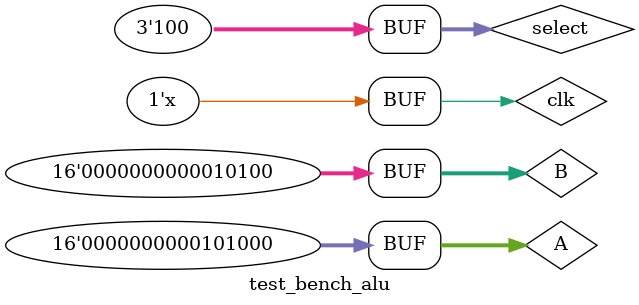
<source format=v>
`timescale 1ns/1ns

module test_bench_alu();
	reg clk;
	reg [15:0] A;
	reg [15:0] B;
	reg [2:0] select;
	wire z_flag;
	wire [15:0] out;

	alu ALU(.clk(clk), .A(A), .B(B), .select(select), .z_flag(z_flag), .out(out));

	always #25 clk=~clk;

	initial
		begin
			clk = 1;
			//test addition
			A = 16'd60;
			B = 16'd62;
			select = 3'b000;
			#10
			if(out === 16'd122 && z_flag === 0) 	$monitor("Passed test addition");
			else					$monitor("Failed test addition");
			#40;

			//test substraction - 1
			A = 16'd20;
			B = 16'd40;
			select = 3'b001;
			#10
			if(out === 16'd20 && z_flag === 0)  	$monitor("Passed test substraction - 1");
			else					$monitor("Failed test substraction - 1");
			#40;

			//test substraction - 2
			A = 16'd40;
			B = 16'd40;
			select = 3'b001;
			#10
			if(out === 16'd0 && z_flag === 1)   	$monitor("Passed test substraction - 2");
			else					$monitor("Failed test substraction - 2");
			#40;
			
			//test multiplication
			A = 16'd40;
			B = 16'd40;
			select = 3'b010;
			#10
			if(out === 16'd1600)   			$monitor("Passed test multiplication");
			else					$monitor("Failed test multiplication");
			#40;

			//test A pass
			A = 16'd40;
			B = 16'd20;
			select = 3'b011;
			#10
			if(out === 16'd40)   			$monitor("Passed A pass");
			else					$monitor("Failed A pass");
			#40;

			//test B pass
			A = 16'd40;
			B = 16'd20;
			select = 3'b100;
			#10
			if(out === 16'd20)   			$monitor("Passed B pass");
			else					$monitor("Failed B pass");
			#40;
		end
endmodule

</source>
